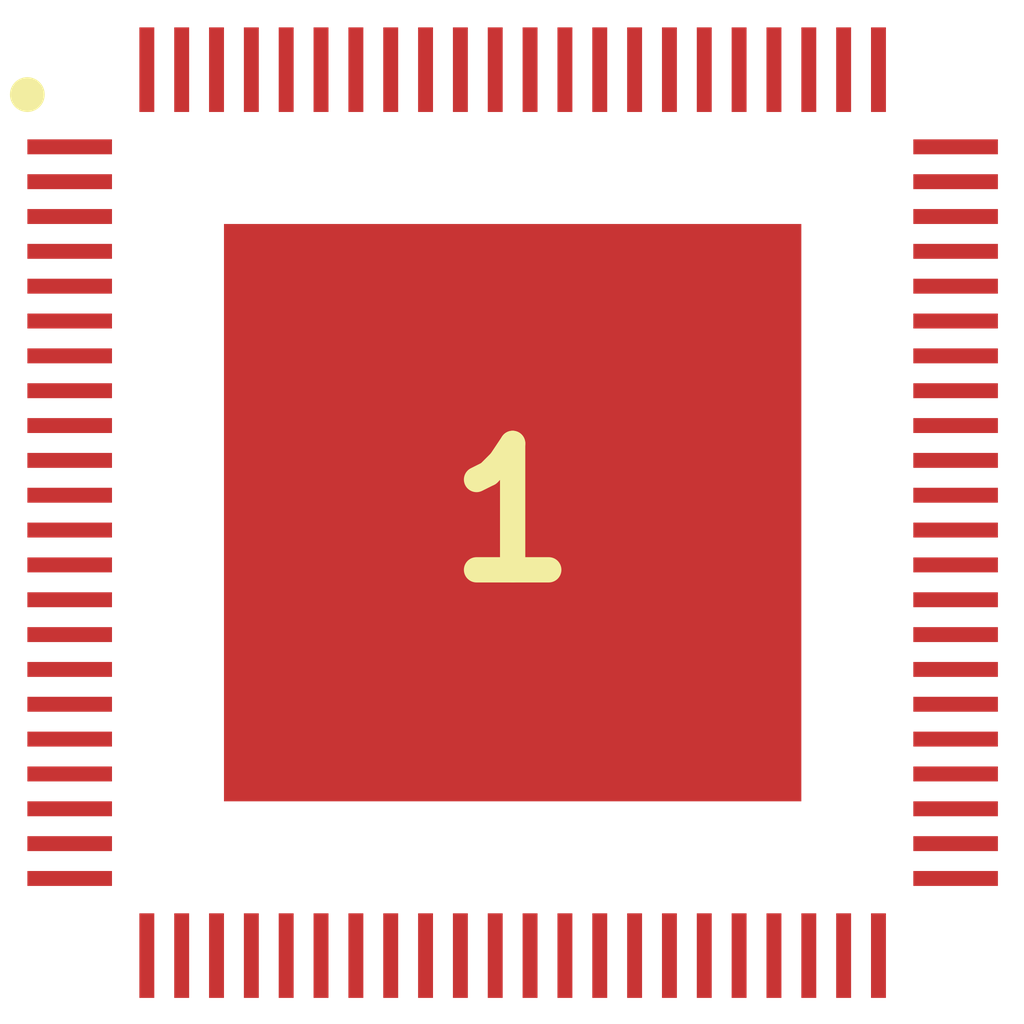
<source format=kicad_pcb>
(kicad_pcb (version 20211014) (generator pcbnew)
  (title_block (title "Teacup Development Board") (date "2023-03-24") (rev "A") (company "Hacker Homestead") (comment 1 "Design: BogdanTheGeek"))
  (layers (0 "F.Cu" signal) (31 "B.Cu" signal) (34 "B.Paste" user) (35 "F.Paste" user) (36 "B.SilkS" user "B.Silkscreen") (37 "F.SilkS" user "F.Silkscreen") (38 "B.Mask" user) (39 "F.Mask" user) (44 "Edge.Cuts" user))
  (net 0 "")
  (footprint "Footprints:QFN35P900X900X90-89N-D" (layer "F.Cu") (at 145.8 99.2)
    (fp_text reference "1" (at 0 0) (layer "F.SilkS") (effects (font (size 1.27 1.27) (thickness 0.254))))
    (fp_text value "T31ZX" hide)
    (fp_circle (center -4.8755 -4.2) (end -4.8755 -4.1125) (layer "F.SilkS") (width 0.175) (fill none))
    (pad "1" smd rect locked (at -4.45 -3.675 90) (size 0.15 0.85) (layers "F.Cu" "F.Paste" "F.Mask"))
    (pad "2" smd rect locked (at -4.45 -3.325 90) (size 0.15 0.85) (layers "F.Cu" "F.Paste" "F.Mask"))
    (pad "3" smd rect locked (at -4.45 -2.975 90) (size 0.15 0.85) (layers "F.Cu" "F.Paste" "F.Mask"))
    (pad "4" smd rect locked (at -4.45 -2.625 90) (size 0.15 0.85) (layers "F.Cu" "F.Paste" "F.Mask"))
    (pad "5" smd rect locked (at -4.45 -2.275 90) (size 0.15 0.85) (layers "F.Cu" "F.Paste" "F.Mask"))
    (pad "6" smd rect locked (at -4.45 -1.925 90) (size 0.15 0.85) (layers "F.Cu" "F.Paste" "F.Mask"))
    (pad "7" smd rect locked (at -4.45 -1.575 90) (size 0.15 0.85) (layers "F.Cu" "F.Paste" "F.Mask"))
    (pad "8" smd rect locked (at -4.45 -1.225 90) (size 0.15 0.85) (layers "F.Cu" "F.Paste" "F.Mask"))
    (pad "9" smd rect locked (at -4.45 -0.875 90) (size 0.15 0.85) (layers "F.Cu" "F.Paste" "F.Mask"))
    (pad "10" smd rect locked (at -4.45 -0.525 90) (size 0.15 0.85) (layers "F.Cu" "F.Paste" "F.Mask"))
    (pad "11" smd rect locked (at -4.45 -0.175 90) (size 0.15 0.85) (layers "F.Cu" "F.Paste" "F.Mask"))
    (pad "12" smd rect locked (at -4.45 0.175 90) (size 0.15 0.85) (layers "F.Cu" "F.Paste" "F.Mask"))
    (pad "13" smd rect locked (at -4.45 0.525 90) (size 0.15 0.85) (layers "F.Cu" "F.Paste" "F.Mask"))
    (pad "14" smd rect locked (at -4.45 0.875 90) (size 0.15 0.85) (layers "F.Cu" "F.Paste" "F.Mask"))
    (pad "15" smd rect locked (at -4.45 1.225 90) (size 0.15 0.85) (layers "F.Cu" "F.Paste" "F.Mask"))
    (pad "16" smd rect locked (at -4.45 1.575 90) (size 0.15 0.85) (layers "F.Cu" "F.Paste" "F.Mask"))
    (pad "17" smd rect locked (at -4.45 1.925 90) (size 0.15 0.85) (layers "F.Cu" "F.Paste" "F.Mask"))
    (pad "18" smd rect locked (at -4.45 2.275 90) (size 0.15 0.85) (layers "F.Cu" "F.Paste" "F.Mask"))
    (pad "19" smd rect locked (at -4.45 2.625 90) (size 0.15 0.85) (layers "F.Cu" "F.Paste" "F.Mask"))
    (pad "20" smd rect locked (at -4.45 2.975 90) (size 0.15 0.85) (layers "F.Cu" "F.Paste" "F.Mask"))
    (pad "21" smd rect locked (at -4.45 3.325 90) (size 0.15 0.85) (layers "F.Cu" "F.Paste" "F.Mask"))
    (pad "22" smd rect locked (at -4.45 3.675 90) (size 0.15 0.85) (layers "F.Cu" "F.Paste" "F.Mask"))
    (pad "23" smd rect locked (at -3.675 4.45) (size 0.15 0.85) (layers "F.Cu" "F.Paste" "F.Mask"))
    (pad "24" smd rect locked (at -3.325 4.45) (size 0.15 0.85) (layers "F.Cu" "F.Paste" "F.Mask"))
    (pad "25" smd rect locked (at -2.975 4.45) (size 0.15 0.85) (layers "F.Cu" "F.Paste" "F.Mask"))
    (pad "26" smd rect locked (at -2.625 4.45) (size 0.15 0.85) (layers "F.Cu" "F.Paste" "F.Mask"))
    (pad "27" smd rect locked (at -2.275 4.45) (size 0.15 0.85) (layers "F.Cu" "F.Paste" "F.Mask"))
    (pad "28" smd rect locked (at -1.925 4.45) (size 0.15 0.85) (layers "F.Cu" "F.Paste" "F.Mask"))
    (pad "29" smd rect locked (at -1.575 4.45) (size 0.15 0.85) (layers "F.Cu" "F.Paste" "F.Mask"))
    (pad "30" smd rect locked (at -1.225 4.45) (size 0.15 0.85) (layers "F.Cu" "F.Paste" "F.Mask"))
    (pad "31" smd rect locked (at -0.875 4.45) (size 0.15 0.85) (layers "F.Cu" "F.Paste" "F.Mask"))
    (pad "32" smd rect locked (at -0.525 4.45) (size 0.15 0.85) (layers "F.Cu" "F.Paste" "F.Mask"))
    (pad "33" smd rect locked (at -0.175 4.45) (size 0.15 0.85) (layers "F.Cu" "F.Paste" "F.Mask"))
    (pad "34" smd rect locked (at 0.175 4.45) (size 0.15 0.85) (layers "F.Cu" "F.Paste" "F.Mask"))
    (pad "35" smd rect locked (at 0.525 4.45) (size 0.15 0.85) (layers "F.Cu" "F.Paste" "F.Mask"))
    (pad "36" smd rect locked (at 0.875 4.45) (size 0.15 0.85) (layers "F.Cu" "F.Paste" "F.Mask"))
    (pad "37" smd rect locked (at 1.225 4.45) (size 0.15 0.85) (layers "F.Cu" "F.Paste" "F.Mask"))
    (pad "38" smd rect locked (at 1.575 4.45) (size 0.15 0.85) (layers "F.Cu" "F.Paste" "F.Mask"))
    (pad "39" smd rect locked (at 1.925 4.45) (size 0.15 0.85) (layers "F.Cu" "F.Paste" "F.Mask"))
    (pad "40" smd rect locked (at 2.275 4.45) (size 0.15 0.85) (layers "F.Cu" "F.Paste" "F.Mask"))
    (pad "41" smd rect locked (at 2.625 4.45) (size 0.15 0.85) (layers "F.Cu" "F.Paste" "F.Mask"))
    (pad "42" smd rect locked (at 2.975 4.45) (size 0.15 0.85) (layers "F.Cu" "F.Paste" "F.Mask"))
    (pad "43" smd rect locked (at 3.325 4.45) (size 0.15 0.85) (layers "F.Cu" "F.Paste" "F.Mask"))
    (pad "44" smd rect locked (at 3.675 4.45) (size 0.15 0.85) (layers "F.Cu" "F.Paste" "F.Mask"))
    (pad "45" smd rect locked (at 4.45 3.675 90) (size 0.15 0.85) (layers "F.Cu" "F.Paste" "F.Mask"))
    (pad "46" smd rect locked (at 4.45 3.325 90) (size 0.15 0.85) (layers "F.Cu" "F.Paste" "F.Mask"))
    (pad "47" smd rect locked (at 4.45 2.975 90) (size 0.15 0.85) (layers "F.Cu" "F.Paste" "F.Mask"))
    (pad "48" smd rect locked (at 4.45 2.625 90) (size 0.15 0.85) (layers "F.Cu" "F.Paste" "F.Mask"))
    (pad "49" smd rect locked (at 4.45 2.275 90) (size 0.15 0.85) (layers "F.Cu" "F.Paste" "F.Mask"))
    (pad "50" smd rect locked (at 4.45 1.925 90) (size 0.15 0.85) (layers "F.Cu" "F.Paste" "F.Mask"))
    (pad "51" smd rect locked (at 4.45 1.575 90) (size 0.15 0.85) (layers "F.Cu" "F.Paste" "F.Mask"))
    (pad "52" smd rect locked (at 4.45 1.225 90) (size 0.15 0.85) (layers "F.Cu" "F.Paste" "F.Mask"))
    (pad "53" smd rect locked (at 4.45 0.875 90) (size 0.15 0.85) (layers "F.Cu" "F.Paste" "F.Mask"))
    (pad "54" smd rect locked (at 4.45 0.525 90) (size 0.15 0.85) (layers "F.Cu" "F.Paste" "F.Mask"))
    (pad "55" smd rect locked (at 4.45 0.175 90) (size 0.15 0.85) (layers "F.Cu" "F.Paste" "F.Mask"))
    (pad "56" smd rect locked (at 4.45 -0.175 90) (size 0.15 0.85) (layers "F.Cu" "F.Paste" "F.Mask"))
    (pad "57" smd rect locked (at 4.45 -0.525 90) (size 0.15 0.85) (layers "F.Cu" "F.Paste" "F.Mask"))
    (pad "58" smd rect locked (at 4.45 -0.875 90) (size 0.15 0.85) (layers "F.Cu" "F.Paste" "F.Mask"))
    (pad "59" smd rect locked (at 4.45 -1.225 90) (size 0.15 0.85) (layers "F.Cu" "F.Paste" "F.Mask"))
    (pad "60" smd rect locked (at 4.45 -1.575 90) (size 0.15 0.85) (layers "F.Cu" "F.Paste" "F.Mask"))
    (pad "61" smd rect locked (at 4.45 -1.925 90) (size 0.15 0.85) (layers "F.Cu" "F.Paste" "F.Mask"))
    (pad "62" smd rect locked (at 4.45 -2.275 90) (size 0.15 0.85) (layers "F.Cu" "F.Paste" "F.Mask"))
    (pad "63" smd rect locked (at 4.45 -2.625 90) (size 0.15 0.85) (layers "F.Cu" "F.Paste" "F.Mask"))
    (pad "64" smd rect locked (at 4.45 -2.975 90) (size 0.15 0.85) (layers "F.Cu" "F.Paste" "F.Mask"))
    (pad "65" smd rect locked (at 4.45 -3.325 90) (size 0.15 0.85) (layers "F.Cu" "F.Paste" "F.Mask"))
    (pad "66" smd rect locked (at 4.45 -3.675 90) (size 0.15 0.85) (layers "F.Cu" "F.Paste" "F.Mask"))
    (pad "67" smd rect locked (at 3.675 -4.45) (size 0.15 0.85) (layers "F.Cu" "F.Paste" "F.Mask"))
    (pad "68" smd rect locked (at 3.325 -4.45) (size 0.15 0.85) (layers "F.Cu" "F.Paste" "F.Mask"))
    (pad "69" smd rect locked (at 2.975 -4.45) (size 0.15 0.85) (layers "F.Cu" "F.Paste" "F.Mask"))
    (pad "70" smd rect locked (at 2.625 -4.45) (size 0.15 0.85) (layers "F.Cu" "F.Paste" "F.Mask"))
    (pad "71" smd rect locked (at 2.275 -4.45) (size 0.15 0.85) (layers "F.Cu" "F.Paste" "F.Mask"))
    (pad "72" smd rect locked (at 1.925 -4.45) (size 0.15 0.85) (layers "F.Cu" "F.Paste" "F.Mask"))
    (pad "73" smd rect locked (at 1.575 -4.45) (size 0.15 0.85) (layers "F.Cu" "F.Paste" "F.Mask"))
    (pad "74" smd rect locked (at 1.225 -4.45) (size 0.15 0.85) (layers "F.Cu" "F.Paste" "F.Mask"))
    (pad "75" smd rect locked (at 0.875 -4.45) (size 0.15 0.85) (layers "F.Cu" "F.Paste" "F.Mask"))
    (pad "76" smd rect locked (at 0.525 -4.45) (size 0.15 0.85) (layers "F.Cu" "F.Paste" "F.Mask"))
    (pad "77" smd rect locked (at 0.175 -4.45) (size 0.15 0.85) (layers "F.Cu" "F.Paste" "F.Mask"))
    (pad "78" smd rect locked (at -0.175 -4.45) (size 0.15 0.85) (layers "F.Cu" "F.Paste" "F.Mask"))
    (pad "79" smd rect locked (at -0.525 -4.45) (size 0.15 0.85) (layers "F.Cu" "F.Paste" "F.Mask"))
    (pad "80" smd rect locked (at -0.875 -4.45) (size 0.15 0.85) (layers "F.Cu" "F.Paste" "F.Mask"))
    (pad "81" smd rect locked (at -1.225 -4.45) (size 0.15 0.85) (layers "F.Cu" "F.Paste" "F.Mask"))
    (pad "82" smd rect locked (at -1.575 -4.45) (size 0.15 0.85) (layers "F.Cu" "F.Paste" "F.Mask"))
    (pad "83" smd rect locked (at -1.925 -4.45) (size 0.15 0.85) (layers "F.Cu" "F.Paste" "F.Mask"))
    (pad "84" smd rect locked (at -2.275 -4.45) (size 0.15 0.85) (layers "F.Cu" "F.Paste" "F.Mask"))
    (pad "85" smd rect locked (at -2.625 -4.45) (size 0.15 0.85) (layers "F.Cu" "F.Paste" "F.Mask"))
    (pad "86" smd rect locked (at -2.975 -4.45) (size 0.15 0.85) (layers "F.Cu" "F.Paste" "F.Mask"))
    (pad "87" smd rect locked (at -3.325 -4.45) (size 0.15 0.85) (layers "F.Cu" "F.Paste" "F.Mask"))
    (pad "88" smd rect locked (at -3.675 -4.45) (size 0.15 0.85) (layers "F.Cu" "F.Paste" "F.Mask"))
    (pad "89" smd rect locked (at 0 0) (size 5.8 5.8) (layers "F.Cu" "F.Paste" "F.Mask"))
  )
)
</source>
